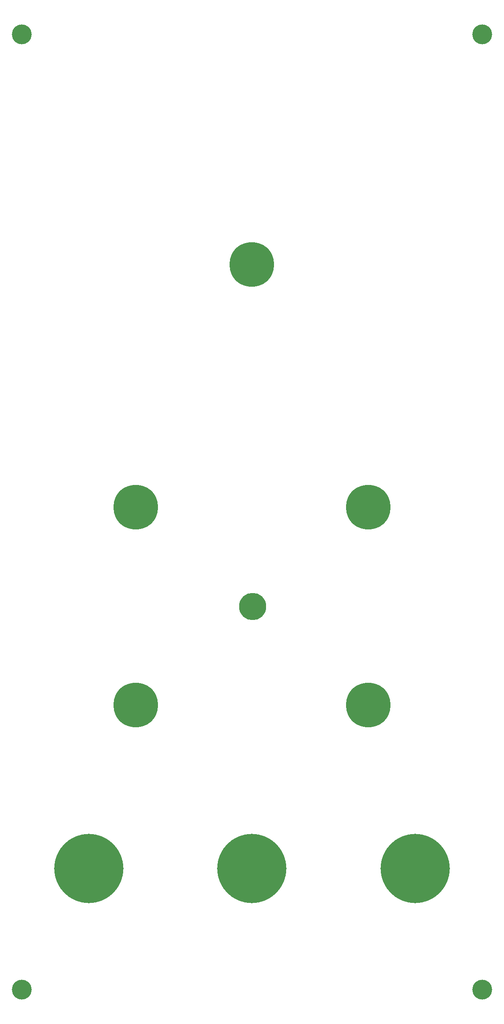
<source format=gbr>
%TF.GenerationSoftware,KiCad,Pcbnew,(5.1.8-0-10_14)*%
%TF.CreationDate,2021-09-13T18:17:36-04:00*%
%TF.ProjectId,wahwah_panel,77616877-6168-45f7-9061-6e656c2e6b69,rev?*%
%TF.SameCoordinates,Original*%
%TF.FileFunction,Soldermask,Bot*%
%TF.FilePolarity,Negative*%
%FSLAX46Y46*%
G04 Gerber Fmt 4.6, Leading zero omitted, Abs format (unit mm)*
G04 Created by KiCad (PCBNEW (5.1.8-0-10_14)) date 2021-09-13 18:17:36*
%MOMM*%
%LPD*%
G01*
G04 APERTURE LIST*
%ADD10C,4.000000*%
%ADD11C,9.000000*%
%ADD12C,5.500000*%
%ADD13C,14.000000*%
G04 APERTURE END LIST*
D10*
%TO.C,REF\u002A\u002A*%
X-446500000Y-145500000D03*
%TD*%
%TO.C,REF\u002A\u002A*%
X-353500000Y-145500000D03*
%TD*%
%TO.C,REF\u002A\u002A*%
X-353500000Y47500000D03*
%TD*%
%TO.C,REF\u002A\u002A*%
X-446500000Y47500000D03*
%TD*%
D11*
%TO.C,REF\u002A\u002A*%
X-423500000Y-48000000D03*
%TD*%
%TO.C,REF\u002A\u002A*%
X-423500000Y-88000000D03*
%TD*%
%TO.C,REF\u002A\u002A*%
X-376500000Y-88000000D03*
%TD*%
%TO.C,REF\u002A\u002A*%
X-376500000Y-48000000D03*
%TD*%
%TO.C,REF\u002A\u002A*%
X-400000000Y1000000D03*
%TD*%
D12*
%TO.C,REF\u002A\u002A*%
X-399845493Y-68056220D03*
%TD*%
D13*
%TO.C,REF\u002A\u002A*%
X-367000000Y-121000000D03*
%TD*%
%TO.C,REF\u002A\u002A*%
X-400000000Y-121000000D03*
%TD*%
%TO.C,REF\u002A\u002A*%
X-433000000Y-121000000D03*
%TD*%
M02*

</source>
